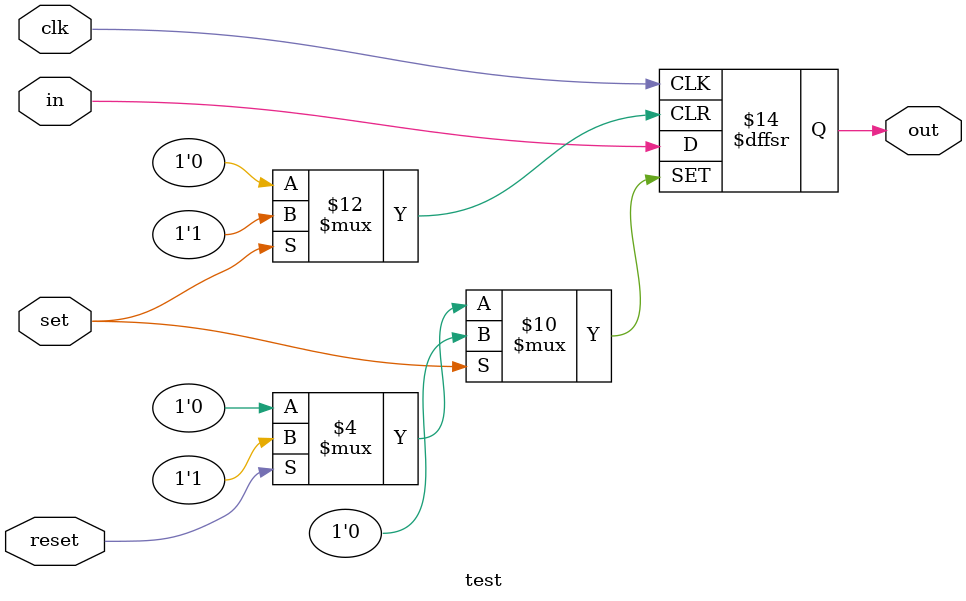
<source format=v>
module test(input  in,  input clk,  reset, set, output reg out);
always @(posedge clk, posedge reset, posedge set)
    if(set) out <= 1'b0;
	else if(reset) out <= 1'b1;
	else out <= in;
endmodule	

</source>
